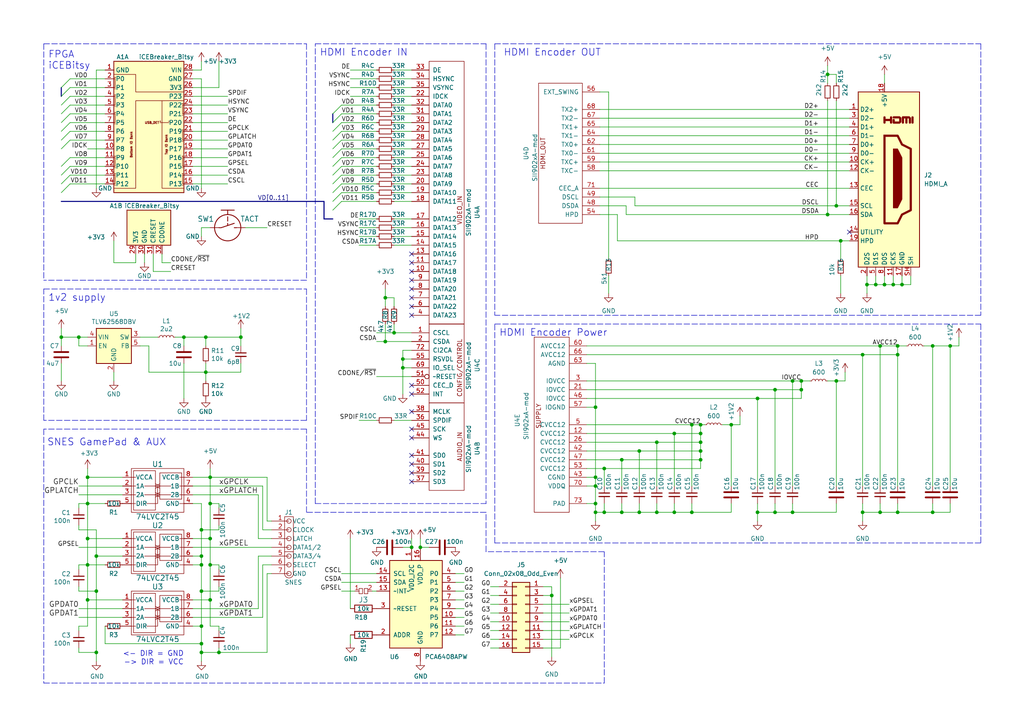
<source format=kicad_sch>
(kicad_sch (version 20210621) (generator eeschema)
  (paper "A4")
  (title_block (title "iCECrash") (rev "V0.1a") (company "1BitSquared") (comment 1 "(C) 2021 1BitSquared <info@1bitsquared.com>") (comment 2 "(C) 2021 Piotr Esden-Tempski <piotr@1bitsquared.com>") (comment 3 "License: CC-BY-SA"))
  (junction (at 17.78 97.79) (diameter 0.9144))
  (junction (at 22.86 97.79) (diameter 0.9144))
  (junction (at 25.4 138.43) (diameter 0.9144))
  (junction (at 25.4 146.05) (diameter 0.9144))
  (junction (at 25.4 156.21) (diameter 0.9144))
  (junction (at 25.4 163.83) (diameter 0.9144))
  (junction (at 25.4 173.99) (diameter 0.9144))
  (junction (at 27.94 161.29) (diameter 0.9144))
  (junction (at 27.94 171.45) (diameter 0.9144))
  (junction (at 27.94 189.23) (diameter 0.9144))
  (junction (at 53.34 97.79) (diameter 0.9144))
  (junction (at 58.42 153.67) (diameter 0.9144))
  (junction (at 58.42 161.29) (diameter 0.9144))
  (junction (at 58.42 163.83) (diameter 0.9144))
  (junction (at 58.42 171.45) (diameter 0.9144))
  (junction (at 58.42 181.61) (diameter 0.9144))
  (junction (at 58.42 186.69) (diameter 0.9144))
  (junction (at 58.42 189.23) (diameter 0.9144))
  (junction (at 59.69 97.79) (diameter 0.9144))
  (junction (at 59.69 107.95) (diameter 0.9144))
  (junction (at 60.96 138.43) (diameter 0.9144))
  (junction (at 60.96 146.05) (diameter 0.9144))
  (junction (at 60.96 156.21) (diameter 0.9144))
  (junction (at 60.96 163.83) (diameter 0.9144))
  (junction (at 60.96 173.99) (diameter 0.9144))
  (junction (at 63.5 189.23) (diameter 0.9144))
  (junction (at 69.85 97.79) (diameter 0.9144))
  (junction (at 111.76 86.36) (diameter 0.9144))
  (junction (at 111.76 99.06) (diameter 0.9144))
  (junction (at 114.3 96.52) (diameter 0.9144))
  (junction (at 116.84 104.14) (diameter 0.9144))
  (junction (at 116.84 106.68) (diameter 0.9144))
  (junction (at 119.38 158.75) (diameter 0.9144))
  (junction (at 121.92 158.75) (diameter 0.9144))
  (junction (at 160.02 172.72) (diameter 0.9144))
  (junction (at 172.72 118.11) (diameter 0.9144))
  (junction (at 172.72 138.43) (diameter 0.9144))
  (junction (at 172.72 140.97) (diameter 0.9144))
  (junction (at 172.72 146.05) (diameter 0.9144))
  (junction (at 172.72 148.59) (diameter 0.9144))
  (junction (at 175.26 135.89) (diameter 0.9144))
  (junction (at 175.26 148.59) (diameter 0.9144))
  (junction (at 180.34 133.35) (diameter 0.9144))
  (junction (at 180.34 148.59) (diameter 0.9144))
  (junction (at 185.42 130.81) (diameter 0.9144))
  (junction (at 185.42 148.59) (diameter 0.9144))
  (junction (at 190.5 128.27) (diameter 0.9144))
  (junction (at 190.5 148.59) (diameter 0.9144))
  (junction (at 195.58 125.73) (diameter 0.9144))
  (junction (at 195.58 148.59) (diameter 0.9144))
  (junction (at 200.66 123.19) (diameter 0.9144))
  (junction (at 200.66 148.59) (diameter 0.9144))
  (junction (at 203.2 123.19) (diameter 0.9144))
  (junction (at 203.2 125.73) (diameter 0.9144))
  (junction (at 203.2 128.27) (diameter 0.9144))
  (junction (at 203.2 130.81) (diameter 0.9144))
  (junction (at 203.2 133.35) (diameter 0.9144))
  (junction (at 212.09 123.19) (diameter 0.9144))
  (junction (at 219.71 115.57) (diameter 0.9144))
  (junction (at 219.71 148.59) (diameter 0.9144))
  (junction (at 224.79 113.03) (diameter 0.9144))
  (junction (at 224.79 148.59) (diameter 0.9144))
  (junction (at 229.87 110.49) (diameter 0.9144))
  (junction (at 229.87 148.59) (diameter 0.9144))
  (junction (at 232.41 110.49) (diameter 0.9144))
  (junction (at 232.41 113.03) (diameter 0.9144))
  (junction (at 240.03 21.59) (diameter 0.9144))
  (junction (at 240.03 62.23) (diameter 0.9144))
  (junction (at 242.57 59.69) (diameter 0.9144))
  (junction (at 242.57 110.49) (diameter 0.9144))
  (junction (at 243.84 69.85) (diameter 0.9144))
  (junction (at 250.19 102.87) (diameter 0.9144))
  (junction (at 250.19 148.59) (diameter 0.9144))
  (junction (at 251.46 82.55) (diameter 0.9144))
  (junction (at 254 82.55) (diameter 0.9144))
  (junction (at 255.27 100.33) (diameter 0.9144))
  (junction (at 255.27 148.59) (diameter 0.9144))
  (junction (at 256.54 82.55) (diameter 0.9144))
  (junction (at 259.08 82.55) (diameter 0.9144))
  (junction (at 260.35 100.33) (diameter 0.9144))
  (junction (at 260.35 102.87) (diameter 0.9144))
  (junction (at 260.35 148.59) (diameter 0.9144))
  (junction (at 261.62 82.55) (diameter 0.9144))
  (junction (at 270.51 100.33) (diameter 0.9144))
  (junction (at 270.51 148.59) (diameter 0.9144))
  (junction (at 275.59 100.33) (diameter 0.9144))
  (no_connect (at 119.38 73.66))
  (no_connect (at 119.38 76.2))
  (no_connect (at 119.38 78.74))
  (no_connect (at 119.38 81.28))
  (no_connect (at 119.38 83.82))
  (no_connect (at 119.38 86.36))
  (no_connect (at 119.38 88.9))
  (no_connect (at 119.38 91.44))
  (no_connect (at 119.38 111.76))
  (no_connect (at 119.38 114.3))
  (no_connect (at 119.38 119.38))
  (no_connect (at 119.38 124.46))
  (no_connect (at 119.38 127))
  (no_connect (at 119.38 132.08))
  (no_connect (at 119.38 134.62))
  (no_connect (at 119.38 137.16))
  (no_connect (at 119.38 139.7))
  (no_connect (at 246.38 67.31))
  (bus_entry (at 17.78 25.4) (size 2.54 -2.54))
  (bus_entry (at 17.78 27.94) (size 2.54 -2.54))
  (bus_entry (at 17.78 30.48) (size 2.54 -2.54))
  (bus_entry (at 17.78 33.02) (size 2.54 -2.54))
  (bus_entry (at 17.78 35.56) (size 2.54 -2.54))
  (bus_entry (at 17.78 38.1) (size 2.54 -2.54))
  (bus_entry (at 17.78 40.64) (size 2.54 -2.54))
  (bus_entry (at 17.78 43.18) (size 2.54 -2.54))
  (bus_entry (at 17.78 48.26) (size 2.54 -2.54))
  (bus_entry (at 17.78 50.8) (size 2.54 -2.54))
  (bus_entry (at 17.78 53.34) (size 2.54 -2.54))
  (bus_entry (at 17.78 55.88) (size 2.54 -2.54))
  (bus_entry (at 96.52 33.02) (size 2.54 -2.54))
  (bus_entry (at 96.52 35.56) (size 2.54 -2.54))
  (bus_entry (at 96.52 38.1) (size 2.54 -2.54))
  (bus_entry (at 96.52 40.64) (size 2.54 -2.54))
  (bus_entry (at 96.52 43.18) (size 2.54 -2.54))
  (bus_entry (at 96.52 45.72) (size 2.54 -2.54))
  (bus_entry (at 96.52 48.26) (size 2.54 -2.54))
  (bus_entry (at 96.52 50.8) (size 2.54 -2.54))
  (bus_entry (at 96.52 53.34) (size 2.54 -2.54))
  (bus_entry (at 96.52 55.88) (size 2.54 -2.54))
  (bus_entry (at 96.52 58.42) (size 2.54 -2.54))
  (bus_entry (at 96.52 60.96) (size 2.54 -2.54))
  (wire (pts (xy 17.78 97.79) (xy 17.78 95.25)))
  (wire (pts (xy 17.78 100.33) (xy 17.78 97.79)))
  (wire (pts (xy 17.78 105.41) (xy 17.78 110.49)))
  (wire (pts (xy 20.32 22.86) (xy 30.48 22.86)))
  (wire (pts (xy 20.32 25.4) (xy 30.48 25.4)))
  (wire (pts (xy 20.32 27.94) (xy 30.48 27.94)))
  (wire (pts (xy 20.32 30.48) (xy 30.48 30.48)))
  (wire (pts (xy 20.32 33.02) (xy 30.48 33.02)))
  (wire (pts (xy 20.32 35.56) (xy 30.48 35.56)))
  (wire (pts (xy 20.32 38.1) (xy 30.48 38.1)))
  (wire (pts (xy 20.32 40.64) (xy 30.48 40.64)))
  (wire (pts (xy 20.32 45.72) (xy 30.48 45.72)))
  (wire (pts (xy 20.32 48.26) (xy 30.48 48.26)))
  (wire (pts (xy 20.32 50.8) (xy 30.48 50.8)))
  (wire (pts (xy 20.32 53.34) (xy 30.48 53.34)))
  (wire (pts (xy 22.86 97.79) (xy 17.78 97.79)))
  (wire (pts (xy 22.86 100.33) (xy 22.86 97.79)))
  (wire (pts (xy 22.86 146.05) (xy 25.4 146.05)))
  (wire (pts (xy 22.86 147.32) (xy 22.86 146.05)))
  (wire (pts (xy 22.86 152.4) (xy 22.86 153.67)))
  (wire (pts (xy 22.86 153.67) (xy 27.94 153.67)))
  (wire (pts (xy 22.86 163.83) (xy 25.4 163.83)))
  (wire (pts (xy 22.86 165.1) (xy 22.86 163.83)))
  (wire (pts (xy 22.86 170.18) (xy 22.86 171.45)))
  (wire (pts (xy 22.86 171.45) (xy 27.94 171.45)))
  (wire (pts (xy 22.86 181.61) (xy 25.4 181.61)))
  (wire (pts (xy 22.86 182.88) (xy 22.86 181.61)))
  (wire (pts (xy 22.86 187.96) (xy 22.86 189.23)))
  (wire (pts (xy 22.86 189.23) (xy 27.94 189.23)))
  (wire (pts (xy 25.4 43.18) (xy 30.48 43.18)))
  (wire (pts (xy 25.4 97.79) (xy 22.86 97.79)))
  (wire (pts (xy 25.4 100.33) (xy 22.86 100.33)))
  (wire (pts (xy 25.4 135.89) (xy 25.4 138.43)))
  (wire (pts (xy 25.4 138.43) (xy 25.4 146.05)))
  (wire (pts (xy 25.4 138.43) (xy 35.56 138.43)))
  (wire (pts (xy 25.4 146.05) (xy 25.4 156.21)))
  (wire (pts (xy 25.4 146.05) (xy 30.48 146.05)))
  (wire (pts (xy 25.4 156.21) (xy 35.56 156.21)))
  (wire (pts (xy 25.4 163.83) (xy 25.4 156.21)))
  (wire (pts (xy 25.4 163.83) (xy 30.48 163.83)))
  (wire (pts (xy 25.4 173.99) (xy 25.4 163.83)))
  (wire (pts (xy 25.4 173.99) (xy 25.4 181.61)))
  (wire (pts (xy 25.4 173.99) (xy 35.56 173.99)))
  (wire (pts (xy 27.94 20.32) (xy 27.94 54.61)))
  (wire (pts (xy 27.94 153.67) (xy 27.94 161.29)))
  (wire (pts (xy 27.94 161.29) (xy 27.94 171.45)))
  (wire (pts (xy 27.94 161.29) (xy 35.56 161.29)))
  (wire (pts (xy 27.94 171.45) (xy 27.94 189.23)))
  (wire (pts (xy 27.94 189.23) (xy 27.94 191.77)))
  (wire (pts (xy 30.48 20.32) (xy 27.94 20.32)))
  (wire (pts (xy 30.48 181.61) (xy 30.48 186.69)))
  (wire (pts (xy 30.48 186.69) (xy 58.42 186.69)))
  (wire (pts (xy 33.02 76.2) (xy 33.02 69.85)))
  (wire (pts (xy 33.02 76.2) (xy 39.37 76.2)))
  (wire (pts (xy 33.02 107.95) (xy 33.02 110.49)))
  (wire (pts (xy 35.56 140.97) (xy 22.86 140.97)))
  (wire (pts (xy 35.56 143.51) (xy 22.86 143.51)))
  (wire (pts (xy 35.56 158.75) (xy 22.86 158.75)))
  (wire (pts (xy 35.56 176.53) (xy 22.86 176.53)))
  (wire (pts (xy 35.56 179.07) (xy 22.86 179.07)))
  (wire (pts (xy 39.37 73.66) (xy 39.37 76.2)))
  (wire (pts (xy 40.64 97.79) (xy 45.72 97.79)))
  (wire (pts (xy 41.91 73.66) (xy 41.91 76.2)))
  (wire (pts (xy 43.18 100.33) (xy 40.64 100.33)))
  (wire (pts (xy 43.18 107.95) (xy 43.18 100.33)))
  (wire (pts (xy 44.45 78.74) (xy 44.45 73.66)))
  (wire (pts (xy 44.45 78.74) (xy 49.53 78.74)))
  (wire (pts (xy 46.99 76.2) (xy 46.99 73.66)))
  (wire (pts (xy 46.99 76.2) (xy 49.53 76.2)))
  (wire (pts (xy 50.8 97.79) (xy 53.34 97.79)))
  (wire (pts (xy 53.34 97.79) (xy 53.34 100.33)))
  (wire (pts (xy 53.34 97.79) (xy 59.69 97.79)))
  (wire (pts (xy 53.34 105.41) (xy 53.34 115.57)))
  (wire (pts (xy 55.88 20.32) (xy 58.42 20.32)))
  (wire (pts (xy 55.88 25.4) (xy 63.5 25.4)))
  (wire (pts (xy 55.88 27.94) (xy 66.04 27.94)))
  (wire (pts (xy 55.88 30.48) (xy 66.04 30.48)))
  (wire (pts (xy 55.88 33.02) (xy 66.04 33.02)))
  (wire (pts (xy 55.88 35.56) (xy 66.04 35.56)))
  (wire (pts (xy 55.88 38.1) (xy 66.04 38.1)))
  (wire (pts (xy 55.88 40.64) (xy 66.04 40.64)))
  (wire (pts (xy 55.88 43.18) (xy 66.04 43.18)))
  (wire (pts (xy 55.88 45.72) (xy 66.04 45.72)))
  (wire (pts (xy 55.88 48.26) (xy 66.04 48.26)))
  (wire (pts (xy 55.88 50.8) (xy 66.04 50.8)))
  (wire (pts (xy 55.88 53.34) (xy 66.04 53.34)))
  (wire (pts (xy 55.88 138.43) (xy 60.96 138.43)))
  (wire (pts (xy 55.88 140.97) (xy 76.2 140.97)))
  (wire (pts (xy 55.88 143.51) (xy 74.93 143.51)))
  (wire (pts (xy 55.88 146.05) (xy 58.42 146.05)))
  (wire (pts (xy 55.88 156.21) (xy 60.96 156.21)))
  (wire (pts (xy 55.88 158.75) (xy 78.74 158.75)))
  (wire (pts (xy 55.88 161.29) (xy 58.42 161.29)))
  (wire (pts (xy 55.88 163.83) (xy 58.42 163.83)))
  (wire (pts (xy 55.88 173.99) (xy 60.96 173.99)))
  (wire (pts (xy 55.88 176.53) (xy 74.93 176.53)))
  (wire (pts (xy 55.88 179.07) (xy 76.2 179.07)))
  (wire (pts (xy 55.88 181.61) (xy 58.42 181.61)))
  (wire (pts (xy 58.42 17.78) (xy 58.42 20.32)))
  (wire (pts (xy 58.42 22.86) (xy 55.88 22.86)))
  (wire (pts (xy 58.42 54.61) (xy 58.42 22.86)))
  (wire (pts (xy 58.42 66.04) (xy 58.42 68.58)))
  (wire (pts (xy 58.42 146.05) (xy 58.42 153.67)))
  (wire (pts (xy 58.42 153.67) (xy 58.42 161.29)))
  (wire (pts (xy 58.42 161.29) (xy 58.42 163.83)))
  (wire (pts (xy 58.42 163.83) (xy 58.42 171.45)))
  (wire (pts (xy 58.42 171.45) (xy 58.42 181.61)))
  (wire (pts (xy 58.42 181.61) (xy 58.42 186.69)))
  (wire (pts (xy 58.42 186.69) (xy 58.42 189.23)))
  (wire (pts (xy 58.42 189.23) (xy 58.42 191.77)))
  (wire (pts (xy 59.69 97.79) (xy 59.69 100.33)))
  (wire (pts (xy 59.69 97.79) (xy 69.85 97.79)))
  (wire (pts (xy 59.69 105.41) (xy 59.69 107.95)))
  (wire (pts (xy 59.69 107.95) (xy 43.18 107.95)))
  (wire (pts (xy 59.69 107.95) (xy 59.69 110.49)))
  (wire (pts (xy 60.96 66.04) (xy 58.42 66.04)))
  (wire (pts (xy 60.96 135.89) (xy 60.96 138.43)))
  (wire (pts (xy 60.96 138.43) (xy 60.96 146.05)))
  (wire (pts (xy 60.96 146.05) (xy 60.96 156.21)))
  (wire (pts (xy 60.96 146.05) (xy 63.5 146.05)))
  (wire (pts (xy 60.96 156.21) (xy 60.96 163.83)))
  (wire (pts (xy 60.96 163.83) (xy 60.96 173.99)))
  (wire (pts (xy 60.96 173.99) (xy 60.96 181.61)))
  (wire (pts (xy 63.5 17.78) (xy 63.5 25.4)))
  (wire (pts (xy 63.5 146.05) (xy 63.5 147.32)))
  (wire (pts (xy 63.5 152.4) (xy 63.5 153.67)))
  (wire (pts (xy 63.5 153.67) (xy 58.42 153.67)))
  (wire (pts (xy 63.5 163.83) (xy 60.96 163.83)))
  (wire (pts (xy 63.5 165.1) (xy 63.5 163.83)))
  (wire (pts (xy 63.5 170.18) (xy 63.5 171.45)))
  (wire (pts (xy 63.5 171.45) (xy 58.42 171.45)))
  (wire (pts (xy 63.5 181.61) (xy 60.96 181.61)))
  (wire (pts (xy 63.5 181.61) (xy 63.5 182.88)))
  (wire (pts (xy 63.5 189.23) (xy 58.42 189.23)))
  (wire (pts (xy 63.5 189.23) (xy 63.5 187.96)))
  (wire (pts (xy 69.85 97.79) (xy 69.85 95.25)))
  (wire (pts (xy 69.85 97.79) (xy 69.85 100.33)))
  (wire (pts (xy 69.85 105.41) (xy 69.85 107.95)))
  (wire (pts (xy 69.85 107.95) (xy 59.69 107.95)))
  (wire (pts (xy 71.12 66.04) (xy 77.47 66.04)))
  (wire (pts (xy 74.93 156.21) (xy 74.93 143.51)))
  (wire (pts (xy 74.93 156.21) (xy 78.74 156.21)))
  (wire (pts (xy 74.93 161.29) (xy 74.93 176.53)))
  (wire (pts (xy 74.93 161.29) (xy 78.74 161.29)))
  (wire (pts (xy 76.2 153.67) (xy 76.2 140.97)))
  (wire (pts (xy 76.2 153.67) (xy 78.74 153.67)))
  (wire (pts (xy 76.2 163.83) (xy 76.2 179.07)))
  (wire (pts (xy 76.2 163.83) (xy 78.74 163.83)))
  (wire (pts (xy 77.47 138.43) (xy 60.96 138.43)))
  (wire (pts (xy 77.47 138.43) (xy 77.47 151.13)))
  (wire (pts (xy 77.47 166.37) (xy 77.47 189.23)))
  (wire (pts (xy 77.47 166.37) (xy 78.74 166.37)))
  (wire (pts (xy 77.47 189.23) (xy 63.5 189.23)))
  (wire (pts (xy 78.74 151.13) (xy 77.47 151.13)))
  (wire (pts (xy 99.06 30.48) (xy 109.22 30.48)))
  (wire (pts (xy 99.06 33.02) (xy 109.22 33.02)))
  (wire (pts (xy 99.06 35.56) (xy 109.22 35.56)))
  (wire (pts (xy 99.06 38.1) (xy 109.22 38.1)))
  (wire (pts (xy 99.06 40.64) (xy 109.22 40.64)))
  (wire (pts (xy 99.06 43.18) (xy 109.22 43.18)))
  (wire (pts (xy 99.06 45.72) (xy 109.22 45.72)))
  (wire (pts (xy 99.06 48.26) (xy 109.22 48.26)))
  (wire (pts (xy 99.06 50.8) (xy 109.22 50.8)))
  (wire (pts (xy 99.06 53.34) (xy 109.22 53.34)))
  (wire (pts (xy 99.06 55.88) (xy 109.22 55.88)))
  (wire (pts (xy 99.06 58.42) (xy 109.22 58.42)))
  (wire (pts (xy 99.06 166.37) (xy 109.22 166.37)))
  (wire (pts (xy 99.06 171.45) (xy 102.87 171.45)))
  (wire (pts (xy 101.6 20.32) (xy 109.22 20.32)))
  (wire (pts (xy 101.6 22.86) (xy 109.22 22.86)))
  (wire (pts (xy 101.6 25.4) (xy 109.22 25.4)))
  (wire (pts (xy 101.6 27.94) (xy 109.22 27.94)))
  (wire (pts (xy 101.6 156.21) (xy 101.6 176.53)))
  (wire (pts (xy 101.6 184.15) (xy 101.6 186.69)))
  (wire (pts (xy 104.14 63.5) (xy 109.22 63.5)))
  (wire (pts (xy 104.14 66.04) (xy 109.22 66.04)))
  (wire (pts (xy 104.14 68.58) (xy 109.22 68.58)))
  (wire (pts (xy 104.14 71.12) (xy 109.22 71.12)))
  (wire (pts (xy 104.14 121.92) (xy 109.22 121.92)))
  (wire (pts (xy 107.95 171.45) (xy 109.22 171.45)))
  (wire (pts (xy 109.22 96.52) (xy 114.3 96.52)))
  (wire (pts (xy 109.22 99.06) (xy 111.76 99.06)))
  (wire (pts (xy 109.22 109.22) (xy 119.38 109.22)))
  (wire (pts (xy 109.22 168.91) (xy 99.06 168.91)))
  (wire (pts (xy 111.76 83.82) (xy 111.76 86.36)))
  (wire (pts (xy 111.76 86.36) (xy 111.76 88.9)))
  (wire (pts (xy 111.76 86.36) (xy 114.3 86.36)))
  (wire (pts (xy 111.76 93.98) (xy 111.76 99.06)))
  (wire (pts (xy 111.76 99.06) (xy 119.38 99.06)))
  (wire (pts (xy 114.3 20.32) (xy 119.38 20.32)))
  (wire (pts (xy 114.3 22.86) (xy 119.38 22.86)))
  (wire (pts (xy 114.3 25.4) (xy 119.38 25.4)))
  (wire (pts (xy 114.3 27.94) (xy 119.38 27.94)))
  (wire (pts (xy 114.3 30.48) (xy 119.38 30.48)))
  (wire (pts (xy 114.3 33.02) (xy 119.38 33.02)))
  (wire (pts (xy 114.3 35.56) (xy 119.38 35.56)))
  (wire (pts (xy 114.3 38.1) (xy 119.38 38.1)))
  (wire (pts (xy 114.3 40.64) (xy 119.38 40.64)))
  (wire (pts (xy 114.3 43.18) (xy 119.38 43.18)))
  (wire (pts (xy 114.3 45.72) (xy 119.38 45.72)))
  (wire (pts (xy 114.3 48.26) (xy 119.38 48.26)))
  (wire (pts (xy 114.3 50.8) (xy 119.38 50.8)))
  (wire (pts (xy 114.3 53.34) (xy 119.38 53.34)))
  (wire (pts (xy 114.3 55.88) (xy 119.38 55.88)))
  (wire (pts (xy 114.3 58.42) (xy 119.38 58.42)))
  (wire (pts (xy 114.3 63.5) (xy 119.38 63.5)))
  (wire (pts (xy 114.3 66.04) (xy 119.38 66.04)))
  (wire (pts (xy 114.3 68.58) (xy 119.38 68.58)))
  (wire (pts (xy 114.3 71.12) (xy 119.38 71.12)))
  (wire (pts (xy 114.3 88.9) (xy 114.3 86.36)))
  (wire (pts (xy 114.3 93.98) (xy 114.3 96.52)))
  (wire (pts (xy 114.3 96.52) (xy 119.38 96.52)))
  (wire (pts (xy 114.3 121.92) (xy 119.38 121.92)))
  (wire (pts (xy 116.84 101.6) (xy 116.84 104.14)))
  (wire (pts (xy 116.84 104.14) (xy 116.84 106.68)))
  (wire (pts (xy 116.84 104.14) (xy 119.38 104.14)))
  (wire (pts (xy 116.84 106.68) (xy 116.84 114.3)))
  (wire (pts (xy 116.84 106.68) (xy 119.38 106.68)))
  (wire (pts (xy 116.84 158.75) (xy 119.38 158.75)))
  (wire (pts (xy 119.38 101.6) (xy 116.84 101.6)))
  (wire (pts (xy 119.38 156.21) (xy 119.38 158.75)))
  (wire (pts (xy 121.92 156.21) (xy 121.92 158.75)))
  (wire (pts (xy 121.92 158.75) (xy 124.46 158.75)))
  (wire (pts (xy 132.08 166.37) (xy 134.62 166.37)))
  (wire (pts (xy 132.08 168.91) (xy 134.62 168.91)))
  (wire (pts (xy 132.08 171.45) (xy 134.62 171.45)))
  (wire (pts (xy 132.08 173.99) (xy 134.62 173.99)))
  (wire (pts (xy 132.08 176.53) (xy 134.62 176.53)))
  (wire (pts (xy 132.08 179.07) (xy 134.62 179.07)))
  (wire (pts (xy 132.08 181.61) (xy 134.62 181.61)))
  (wire (pts (xy 132.08 184.15) (xy 134.62 184.15)))
  (wire (pts (xy 144.78 170.18) (xy 142.24 170.18)))
  (wire (pts (xy 144.78 172.72) (xy 142.24 172.72)))
  (wire (pts (xy 144.78 175.26) (xy 142.24 175.26)))
  (wire (pts (xy 144.78 177.8) (xy 142.24 177.8)))
  (wire (pts (xy 144.78 180.34) (xy 142.24 180.34)))
  (wire (pts (xy 144.78 182.88) (xy 142.24 182.88)))
  (wire (pts (xy 144.78 185.42) (xy 142.24 185.42)))
  (wire (pts (xy 144.78 187.96) (xy 142.24 187.96)))
  (wire (pts (xy 157.48 170.18) (xy 160.02 170.18)))
  (wire (pts (xy 160.02 170.18) (xy 160.02 172.72)))
  (wire (pts (xy 160.02 172.72) (xy 157.48 172.72)))
  (wire (pts (xy 160.02 172.72) (xy 160.02 190.5)))
  (wire (pts (xy 162.56 167.64) (xy 162.56 187.96)))
  (wire (pts (xy 162.56 187.96) (xy 157.48 187.96)))
  (wire (pts (xy 165.1 175.26) (xy 157.48 175.26)))
  (wire (pts (xy 165.1 177.8) (xy 157.48 177.8)))
  (wire (pts (xy 165.1 180.34) (xy 157.48 180.34)))
  (wire (pts (xy 165.1 182.88) (xy 157.48 182.88)))
  (wire (pts (xy 165.1 185.42) (xy 157.48 185.42)))
  (wire (pts (xy 170.18 100.33) (xy 255.27 100.33)))
  (wire (pts (xy 170.18 102.87) (xy 250.19 102.87)))
  (wire (pts (xy 170.18 105.41) (xy 172.72 105.41)))
  (wire (pts (xy 170.18 110.49) (xy 229.87 110.49)))
  (wire (pts (xy 170.18 113.03) (xy 224.79 113.03)))
  (wire (pts (xy 170.18 115.57) (xy 219.71 115.57)))
  (wire (pts (xy 170.18 118.11) (xy 172.72 118.11)))
  (wire (pts (xy 170.18 123.19) (xy 200.66 123.19)))
  (wire (pts (xy 170.18 125.73) (xy 195.58 125.73)))
  (wire (pts (xy 170.18 128.27) (xy 190.5 128.27)))
  (wire (pts (xy 170.18 130.81) (xy 185.42 130.81)))
  (wire (pts (xy 170.18 133.35) (xy 180.34 133.35)))
  (wire (pts (xy 170.18 135.89) (xy 175.26 135.89)))
  (wire (pts (xy 170.18 138.43) (xy 172.72 138.43)))
  (wire (pts (xy 170.18 140.97) (xy 172.72 140.97)))
  (wire (pts (xy 170.18 146.05) (xy 172.72 146.05)))
  (wire (pts (xy 172.72 105.41) (xy 172.72 118.11)))
  (wire (pts (xy 172.72 118.11) (xy 172.72 138.43)))
  (wire (pts (xy 172.72 138.43) (xy 172.72 140.97)))
  (wire (pts (xy 172.72 140.97) (xy 172.72 146.05)))
  (wire (pts (xy 172.72 146.05) (xy 172.72 148.59)))
  (wire (pts (xy 172.72 148.59) (xy 172.72 151.13)))
  (wire (pts (xy 173.99 26.67) (xy 176.53 26.67)))
  (wire (pts (xy 173.99 31.75) (xy 246.38 31.75)))
  (wire (pts (xy 173.99 34.29) (xy 246.38 34.29)))
  (wire (pts (xy 173.99 36.83) (xy 246.38 36.83)))
  (wire (pts (xy 173.99 39.37) (xy 246.38 39.37)))
  (wire (pts (xy 173.99 41.91) (xy 246.38 41.91)))
  (wire (pts (xy 173.99 44.45) (xy 246.38 44.45)))
  (wire (pts (xy 173.99 46.99) (xy 246.38 46.99)))
  (wire (pts (xy 173.99 49.53) (xy 246.38 49.53)))
  (wire (pts (xy 173.99 54.61) (xy 246.38 54.61)))
  (wire (pts (xy 173.99 57.15) (xy 184.15 57.15)))
  (wire (pts (xy 173.99 59.69) (xy 181.61 59.69)))
  (wire (pts (xy 173.99 62.23) (xy 179.07 62.23)))
  (wire (pts (xy 175.26 135.89) (xy 175.26 140.97)))
  (wire (pts (xy 175.26 135.89) (xy 203.2 135.89)))
  (wire (pts (xy 175.26 146.05) (xy 175.26 148.59)))
  (wire (pts (xy 175.26 148.59) (xy 172.72 148.59)))
  (wire (pts (xy 175.26 148.59) (xy 180.34 148.59)))
  (wire (pts (xy 176.53 74.93) (xy 176.53 26.67)))
  (wire (pts (xy 176.53 80.01) (xy 176.53 85.09)))
  (wire (pts (xy 179.07 62.23) (xy 179.07 69.85)))
  (wire (pts (xy 179.07 69.85) (xy 243.84 69.85)))
  (wire (pts (xy 180.34 133.35) (xy 180.34 140.97)))
  (wire (pts (xy 180.34 133.35) (xy 203.2 133.35)))
  (wire (pts (xy 180.34 146.05) (xy 180.34 148.59)))
  (wire (pts (xy 180.34 148.59) (xy 185.42 148.59)))
  (wire (pts (xy 181.61 59.69) (xy 181.61 62.23)))
  (wire (pts (xy 181.61 62.23) (xy 240.03 62.23)))
  (wire (pts (xy 184.15 57.15) (xy 184.15 59.69)))
  (wire (pts (xy 184.15 59.69) (xy 242.57 59.69)))
  (wire (pts (xy 185.42 130.81) (xy 185.42 140.97)))
  (wire (pts (xy 185.42 130.81) (xy 203.2 130.81)))
  (wire (pts (xy 185.42 146.05) (xy 185.42 148.59)))
  (wire (pts (xy 185.42 148.59) (xy 190.5 148.59)))
  (wire (pts (xy 190.5 128.27) (xy 190.5 140.97)))
  (wire (pts (xy 190.5 128.27) (xy 203.2 128.27)))
  (wire (pts (xy 190.5 146.05) (xy 190.5 148.59)))
  (wire (pts (xy 190.5 148.59) (xy 195.58 148.59)))
  (wire (pts (xy 195.58 125.73) (xy 195.58 140.97)))
  (wire (pts (xy 195.58 125.73) (xy 203.2 125.73)))
  (wire (pts (xy 195.58 146.05) (xy 195.58 148.59)))
  (wire (pts (xy 195.58 148.59) (xy 200.66 148.59)))
  (wire (pts (xy 200.66 123.19) (xy 200.66 140.97)))
  (wire (pts (xy 200.66 123.19) (xy 203.2 123.19)))
  (wire (pts (xy 200.66 146.05) (xy 200.66 148.59)))
  (wire (pts (xy 200.66 148.59) (xy 212.09 148.59)))
  (wire (pts (xy 203.2 123.19) (xy 204.47 123.19)))
  (wire (pts (xy 203.2 125.73) (xy 203.2 123.19)))
  (wire (pts (xy 203.2 128.27) (xy 203.2 125.73)))
  (wire (pts (xy 203.2 130.81) (xy 203.2 128.27)))
  (wire (pts (xy 203.2 133.35) (xy 203.2 130.81)))
  (wire (pts (xy 203.2 135.89) (xy 203.2 133.35)))
  (wire (pts (xy 209.55 123.19) (xy 212.09 123.19)))
  (wire (pts (xy 212.09 123.19) (xy 212.09 140.97)))
  (wire (pts (xy 212.09 123.19) (xy 214.63 123.19)))
  (wire (pts (xy 212.09 146.05) (xy 212.09 148.59)))
  (wire (pts (xy 214.63 120.65) (xy 214.63 123.19)))
  (wire (pts (xy 219.71 115.57) (xy 219.71 140.97)))
  (wire (pts (xy 219.71 115.57) (xy 232.41 115.57)))
  (wire (pts (xy 219.71 146.05) (xy 219.71 148.59)))
  (wire (pts (xy 219.71 148.59) (xy 219.71 151.13)))
  (wire (pts (xy 224.79 113.03) (xy 224.79 140.97)))
  (wire (pts (xy 224.79 113.03) (xy 232.41 113.03)))
  (wire (pts (xy 224.79 146.05) (xy 224.79 148.59)))
  (wire (pts (xy 224.79 148.59) (xy 219.71 148.59)))
  (wire (pts (xy 229.87 110.49) (xy 229.87 140.97)))
  (wire (pts (xy 229.87 110.49) (xy 232.41 110.49)))
  (wire (pts (xy 229.87 146.05) (xy 229.87 148.59)))
  (wire (pts (xy 229.87 148.59) (xy 224.79 148.59)))
  (wire (pts (xy 229.87 148.59) (xy 242.57 148.59)))
  (wire (pts (xy 232.41 110.49) (xy 234.95 110.49)))
  (wire (pts (xy 232.41 113.03) (xy 232.41 110.49)))
  (wire (pts (xy 232.41 115.57) (xy 232.41 113.03)))
  (wire (pts (xy 240.03 19.05) (xy 240.03 21.59)))
  (wire (pts (xy 240.03 21.59) (xy 240.03 24.13)))
  (wire (pts (xy 240.03 29.21) (xy 240.03 62.23)))
  (wire (pts (xy 240.03 62.23) (xy 246.38 62.23)))
  (wire (pts (xy 240.03 110.49) (xy 242.57 110.49)))
  (wire (pts (xy 242.57 21.59) (xy 240.03 21.59)))
  (wire (pts (xy 242.57 24.13) (xy 242.57 21.59)))
  (wire (pts (xy 242.57 29.21) (xy 242.57 59.69)))
  (wire (pts (xy 242.57 59.69) (xy 246.38 59.69)))
  (wire (pts (xy 242.57 110.49) (xy 245.11 110.49)))
  (wire (pts (xy 242.57 140.97) (xy 242.57 110.49)))
  (wire (pts (xy 242.57 148.59) (xy 242.57 146.05)))
  (wire (pts (xy 243.84 69.85) (xy 243.84 74.93)))
  (wire (pts (xy 243.84 69.85) (xy 246.38 69.85)))
  (wire (pts (xy 243.84 80.01) (xy 243.84 85.09)))
  (wire (pts (xy 245.11 107.95) (xy 245.11 110.49)))
  (wire (pts (xy 250.19 102.87) (xy 250.19 140.97)))
  (wire (pts (xy 250.19 102.87) (xy 260.35 102.87)))
  (wire (pts (xy 250.19 146.05) (xy 250.19 148.59)))
  (wire (pts (xy 250.19 148.59) (xy 250.19 151.13)))
  (wire (pts (xy 251.46 80.01) (xy 251.46 82.55)))
  (wire (pts (xy 251.46 82.55) (xy 251.46 85.09)))
  (wire (pts (xy 254 80.01) (xy 254 82.55)))
  (wire (pts (xy 254 82.55) (xy 251.46 82.55)))
  (wire (pts (xy 255.27 100.33) (xy 255.27 140.97)))
  (wire (pts (xy 255.27 146.05) (xy 255.27 148.59)))
  (wire (pts (xy 255.27 148.59) (xy 250.19 148.59)))
  (wire (pts (xy 256.54 21.59) (xy 256.54 24.13)))
  (wire (pts (xy 256.54 80.01) (xy 256.54 82.55)))
  (wire (pts (xy 256.54 82.55) (xy 254 82.55)))
  (wire (pts (xy 259.08 80.01) (xy 259.08 82.55)))
  (wire (pts (xy 259.08 82.55) (xy 256.54 82.55)))
  (wire (pts (xy 260.35 100.33) (xy 255.27 100.33)))
  (wire (pts (xy 260.35 100.33) (xy 262.89 100.33)))
  (wire (pts (xy 260.35 102.87) (xy 260.35 100.33)))
  (wire (pts (xy 260.35 102.87) (xy 260.35 140.97)))
  (wire (pts (xy 260.35 146.05) (xy 260.35 148.59)))
  (wire (pts (xy 260.35 148.59) (xy 255.27 148.59)))
  (wire (pts (xy 261.62 80.01) (xy 261.62 82.55)))
  (wire (pts (xy 261.62 82.55) (xy 259.08 82.55)))
  (wire (pts (xy 264.16 80.01) (xy 264.16 82.55)))
  (wire (pts (xy 264.16 82.55) (xy 261.62 82.55)))
  (wire (pts (xy 267.97 100.33) (xy 270.51 100.33)))
  (wire (pts (xy 270.51 100.33) (xy 270.51 140.97)))
  (wire (pts (xy 270.51 100.33) (xy 275.59 100.33)))
  (wire (pts (xy 270.51 146.05) (xy 270.51 148.59)))
  (wire (pts (xy 270.51 148.59) (xy 260.35 148.59)))
  (wire (pts (xy 275.59 100.33) (xy 275.59 140.97)))
  (wire (pts (xy 275.59 100.33) (xy 278.13 100.33)))
  (wire (pts (xy 275.59 146.05) (xy 275.59 148.59)))
  (wire (pts (xy 275.59 148.59) (xy 270.51 148.59)))
  (wire (pts (xy 278.13 97.79) (xy 278.13 100.33)))
  (bus (pts (xy 17.78 25.4) (xy 17.78 58.42)))
  (bus (pts (xy 17.78 58.42) (xy 93.98 58.42)))
  (bus (pts (xy 93.98 58.42) (xy 93.98 63.5)))
  (bus (pts (xy 93.98 63.5) (xy 96.52 63.5)))
  (bus (pts (xy 96.52 33.02) (xy 96.52 63.5)))
  (polyline (pts (xy 12.7 12.7) (xy 12.7 81.28)) (stroke (width 0) (type dash)))
  (polyline (pts (xy 12.7 12.7) (xy 88.9 12.7)) (stroke (width 0) (type dash)))
  (polyline (pts (xy 12.7 83.82) (xy 88.9 83.82)) (stroke (width 0) (type dash)))
  (polyline (pts (xy 12.7 121.92) (xy 12.7 83.82)) (stroke (width 0) (type dash)))
  (polyline (pts (xy 12.7 124.46) (xy 12.7 198.12)) (stroke (width 0) (type dash)))
  (polyline (pts (xy 12.7 198.12) (xy 175.26 198.12)) (stroke (width 0) (type dash)))
  (polyline (pts (xy 88.9 12.7) (xy 88.9 81.28)) (stroke (width 0) (type dash)))
  (polyline (pts (xy 88.9 81.28) (xy 12.7 81.28)) (stroke (width 0) (type dash)))
  (polyline (pts (xy 88.9 83.82) (xy 88.9 121.92)) (stroke (width 0) (type dash)))
  (polyline (pts (xy 88.9 121.92) (xy 12.7 121.92)) (stroke (width 0) (type dash)))
  (polyline (pts (xy 88.9 124.46) (xy 12.7 124.46)) (stroke (width 0) (type dash)))
  (polyline (pts (xy 88.9 148.59) (xy 88.9 124.46)) (stroke (width 0) (type dash)))
  (polyline (pts (xy 91.44 12.7) (xy 140.97 12.7)) (stroke (width 0) (type dash)))
  (polyline (pts (xy 91.44 146.05) (xy 91.44 12.7)) (stroke (width 0) (type dash)))
  (polyline (pts (xy 91.44 146.05) (xy 140.97 146.05)) (stroke (width 0) (type dash)))
  (polyline (pts (xy 140.97 12.7) (xy 140.97 146.05)) (stroke (width 0) (type dash)))
  (polyline (pts (xy 140.97 148.59) (xy 88.9 148.59)) (stroke (width 0) (type dash)))
  (polyline (pts (xy 140.97 160.02) (xy 140.97 148.59)) (stroke (width 0) (type dash)))
  (polyline (pts (xy 143.51 12.7) (xy 143.51 91.44)) (stroke (width 0) (type dash)))
  (polyline (pts (xy 143.51 12.7) (xy 284.48 12.7)) (stroke (width 0) (type dash)))
  (polyline (pts (xy 143.51 93.98) (xy 284.48 93.98)) (stroke (width 0) (type dash)))
  (polyline (pts (xy 143.51 157.48) (xy 143.51 93.98)) (stroke (width 0) (type dash)))
  (polyline (pts (xy 175.26 160.02) (xy 140.97 160.02)) (stroke (width 0) (type dash)))
  (polyline (pts (xy 175.26 198.12) (xy 175.26 160.02)) (stroke (width 0) (type dash)))
  (polyline (pts (xy 284.48 12.7) (xy 284.48 91.44)) (stroke (width 0) (type dash)))
  (polyline (pts (xy 284.48 91.44) (xy 143.51 91.44)) (stroke (width 0) (type dash)))
  (polyline (pts (xy 284.48 93.98) (xy 284.48 157.48)) (stroke (width 0) (type dash)))
  (polyline (pts (xy 284.48 157.48) (xy 143.51 157.48)) (stroke (width 0) (type dash)))
  (text "FPGA\niCEBitsy" (at 13.97 20.32 0) (effects (font (size 2.0066 2.0066)) (justify left bottom)))
  (text "1v2 supply" (at 13.97 87.63 0) (effects (font (size 2.0066 2.0066)) (justify left bottom)))
  (text "SNES GamePad & AUX" (at 48.26 129.54 180) (effects (font (size 2.0066 2.0066)) (justify right bottom)))
  (text "<- DIR = GND\n-> DIR = VCC" (at 53.34 193.04 180) (effects (font (size 1.524 1.524)) (justify right bottom)))
  (text "HDMI Encoder IN" (at 92.71 16.51 0) (effects (font (size 2.0066 2.0066)) (justify left bottom)))
  (text "HDMI Encoder Power" (at 144.78 97.79 0) (effects (font (size 2.0066 2.0066)) (justify left bottom)))
  (text "HDMI Encoder OUT" (at 146.05 16.51 0) (effects (font (size 2.0066 2.0066)) (justify left bottom)))
  (label "GPCLK" (at 22.86 140.97 180) (effects (font (size 1.524 1.524))))
  (label "GPLATCH" (at 22.86 143.51 180) (effects (font (size 1.524 1.524))))
  (label "GPSEL" (at 22.86 158.75 180))
  (label "GPDAT0" (at 22.86 176.53 180) (effects (font (size 1.524 1.524))))
  (label "GPDAT1" (at 22.86 179.07 180) (effects (font (size 1.524 1.524))))
  (label "VD0" (at 25.4 22.86 180))
  (label "VD1" (at 25.4 25.4 180))
  (label "VD2" (at 25.4 27.94 180))
  (label "VD3" (at 25.4 30.48 180))
  (label "VD4" (at 25.4 33.02 180))
  (label "VD5" (at 25.4 35.56 180))
  (label "VD6" (at 25.4 38.1 180))
  (label "VD7" (at 25.4 40.64 180))
  (label "IDCK" (at 25.4 43.18 180))
  (label "VD8" (at 25.4 45.72 180))
  (label "VD9" (at 25.4 48.26 180))
  (label "VD10" (at 25.4 50.8 180))
  (label "VD11" (at 25.4 53.34 180))
  (label "CDONE{slash}~{RST}" (at 49.53 76.2 0))
  (label "CRESET" (at 49.53 78.74 0))
  (label "xGPCLK" (at 63.5 140.97 0) (effects (font (size 1.524 1.524))))
  (label "xGPLATCH" (at 63.5 143.51 0) (effects (font (size 1.524 1.524))))
  (label "xGPSEL" (at 63.5 158.75 0) (effects (font (size 1.524 1.524))))
  (label "xGPDAT0" (at 63.5 176.53 0) (effects (font (size 1.524 1.524))))
  (label "xGPDAT1" (at 63.5 179.07 0) (effects (font (size 1.524 1.524))))
  (label "SPDIF" (at 66.04 27.94 0))
  (label "HSYNC" (at 66.04 30.48 0))
  (label "VSYNC" (at 66.04 33.02 0))
  (label "DE" (at 66.04 35.56 0))
  (label "GPCLK" (at 66.04 38.1 0))
  (label "GPLATCH" (at 66.04 40.64 0))
  (label "GPDAT0" (at 66.04 43.18 0))
  (label "GPDAT1" (at 66.04 45.72 0))
  (label "GPSEL" (at 66.04 48.26 0))
  (label "CSDA" (at 66.04 50.8 0))
  (label "CSCL" (at 66.04 53.34 0))
  (label "CRESET" (at 77.47 66.04 0))
  (label "VD[0..11]" (at 83.82 58.42 180))
  (label "VD0" (at 99.06 30.48 0))
  (label "VD1" (at 99.06 33.02 0))
  (label "VD2" (at 99.06 35.56 0))
  (label "VD3" (at 99.06 38.1 0))
  (label "VD4" (at 99.06 40.64 0))
  (label "VD5" (at 99.06 43.18 0))
  (label "VD6" (at 99.06 45.72 0))
  (label "VD7" (at 99.06 48.26 0))
  (label "VD8" (at 99.06 50.8 0))
  (label "VD9" (at 99.06 53.34 0))
  (label "VD10" (at 99.06 55.88 0))
  (label "VD11" (at 99.06 58.42 0))
  (label "CSCL" (at 99.06 166.37 180))
  (label "CSDA" (at 99.06 168.91 180))
  (label "GPSEL" (at 99.06 171.45 180))
  (label "DE" (at 101.6 20.32 180))
  (label "VSYNC" (at 101.6 22.86 180))
  (label "HSYNC" (at 101.6 25.4 180))
  (label "IDCK" (at 101.6 27.94 180))
  (label "DE" (at 104.14 63.5 180))
  (label "VSYNC" (at 104.14 66.04 180))
  (label "HSYNC" (at 104.14 68.58 180))
  (label "CSDA" (at 104.14 71.12 180))
  (label "SPDIF" (at 104.14 121.92 180))
  (label "CSCL" (at 109.22 96.52 180))
  (label "CSDA" (at 109.22 99.06 180))
  (label "CDONE{slash}~{RST}" (at 109.22 109.22 180))
  (label "G0" (at 134.62 166.37 0))
  (label "G1" (at 134.62 168.91 0))
  (label "G2" (at 134.62 171.45 0))
  (label "G3" (at 134.62 173.99 0))
  (label "G4" (at 134.62 176.53 0))
  (label "G5" (at 134.62 179.07 0))
  (label "G6" (at 134.62 181.61 0))
  (label "G7" (at 134.62 184.15 0))
  (label "G0" (at 142.24 170.18 180))
  (label "G1" (at 142.24 172.72 180))
  (label "G2" (at 142.24 175.26 180))
  (label "G3" (at 142.24 177.8 180))
  (label "G4" (at 142.24 180.34 180))
  (label "G5" (at 142.24 182.88 180))
  (label "G6" (at 142.24 185.42 180))
  (label "G7" (at 142.24 187.96 180))
  (label "xGPSEL" (at 165.1 175.26 0))
  (label "xGPDAT1" (at 165.1 177.8 0))
  (label "xGPDAT0" (at 165.1 180.34 0))
  (label "xGPLATCH" (at 165.1 182.88 0))
  (label "xGPCLK" (at 165.1 185.42 0))
  (label "CVCC12" (at 203.2 123.19 180))
  (label "IOVCC" (at 232.41 110.49 180))
  (label "D2+" (at 237.49 31.75 180))
  (label "D2-" (at 237.49 34.29 180))
  (label "D1+" (at 237.49 36.83 180))
  (label "D1-" (at 237.49 39.37 180))
  (label "D0+" (at 237.49 41.91 180))
  (label "D0-" (at 237.49 44.45 180))
  (label "CK+" (at 237.49 46.99 180))
  (label "CK-" (at 237.49 49.53 180))
  (label "CEC" (at 237.49 54.61 180))
  (label "DSCL" (at 237.49 59.69 180))
  (label "DSDA" (at 237.49 62.23 180))
  (label "HPD" (at 237.49 69.85 180))
  (label "AVCC12" (at 260.35 100.33 180))
  (symbol (lib_id "power:+5V") (at 17.78 95.25 0) (unit 1)
    (property "Reference" "#PWR0101" (effects hide))
    (property "Value" "+5V" (at 17.78 90.17 0))
  )
  (symbol (lib_id "power:+3V3") (at 25.4 135.89 0) (unit 1)
    (property "Reference" "#PWR03" (effects hide))
    (property "Value" "+3V3" (at 25.8572 131.4704 0))
  )
  (symbol (lib_id "power:+3V3") (at 33.02 69.85 0) (unit 1)
    (property "Reference" "#PWR05" (effects hide))
    (property "Value" "+3V3" (at 30.48 68.7704 0) (effects (justify right)))
  )
  (symbol (lib_id "power:+5V") (at 58.42 17.78 0) (unit 1)
    (property "Reference" "#PWR07" (effects hide))
    (property "Value" "+5V" (at 60.96 17.78 0))
  )
  (symbol (lib_id "power:+5V") (at 60.96 135.89 0) (unit 1)
    (property "Reference" "#PWR011" (effects hide))
    (property "Value" "+5V" (at 60.96 130.81 0))
  )
  (symbol (lib_id "power:+3V3") (at 63.5 17.78 0) (unit 1)
    (property "Reference" "#PWR09" (effects hide))
    (property "Value" "+3V3" (at 66.04 17.78 0))
  )
  (symbol (lib_id "power:+1V2") (at 69.85 95.25 0) (unit 1)
    (property "Reference" "#PWR021" (effects hide))
    (property "Value" "+1V2" (at 67.31 91.6304 0) (effects (justify left)))
  )
  (symbol (lib_id "power:+3.3V") (at 101.6 156.21 0) (unit 1)
    (property "Reference" "#PWR0109" (effects hide))
    (property "Value" "+3.3V" (at 105.791 154.3558 0))
  )
  (symbol (lib_id "power:+3V3") (at 111.76 83.82 0) (unit 1)
    (property "Reference" "#PWR014" (effects hide))
    (property "Value" "+3V3" (at 111.76 78.74 0))
  )
  (symbol (lib_id "power:+3.3V") (at 119.38 156.21 0) (unit 1)
    (property "Reference" "#PWR0102" (effects hide))
    (property "Value" "+3.3V" (at 115.951 154.3558 0))
  )
  (symbol (lib_id "power:+5V") (at 121.92 156.21 0) (unit 1)
    (property "Reference" "#PWR0103" (effects hide))
    (property "Value" "+5V" (at 124.46 153.67 0))
  )
  (symbol (lib_id "power:+5V") (at 162.56 167.64 0) (mirror y) (unit 1)
    (property "Reference" "#PWR0111" (effects hide))
    (property "Value" "+5V" (at 162.56 162.56 0))
  )
  (symbol (lib_id "power:+1V2") (at 214.63 120.65 0) (unit 1)
    (property "Reference" "#PWR024" (effects hide))
    (property "Value" "+1V2" (at 212.09 119.38 90))
  )
  (symbol (lib_id "power:+5V") (at 240.03 19.05 0) (unit 1)
    (property "Reference" "#PWR026" (effects hide))
    (property "Value" "+5V" (at 240.03 13.97 0))
  )
  (symbol (lib_id "power:+3V3") (at 245.11 107.95 0) (unit 1)
    (property "Reference" "#PWR028" (effects hide))
    (property "Value" "+3V3" (at 242.57 106.68 90))
  )
  (symbol (lib_id "power:+5V") (at 256.54 21.59 0) (unit 1)
    (property "Reference" "#PWR031" (effects hide))
    (property "Value" "+5V" (at 256.54 16.51 0))
  )
  (symbol (lib_id "power:+1V2") (at 278.13 97.79 0) (unit 1)
    (property "Reference" "#PWR032" (effects hide))
    (property "Value" "+1V2" (at 275.59 96.52 90))
  )
  (symbol (lib_id "pkl_device:pkl_L_Small") (at 48.26 97.79 90) (unit 1)
    (property "Reference" "L1" (at 48.26 93.091 90))
    (property "Value" "2u2" (at 48.26 95.4024 90))
    (property "Footprint" "pkl_dipol:L_0805" (effects hide))
    (property "1b2-bom-key" "ind-0805-2u2" (effects hide))
  )
  (symbol (lib_id "pkl_device:pkl_L_Small") (at 207.01 123.19 90) (unit 1)
    (property "Reference" "L2" (at 207.01 118.11 90))
    (property "Value" "600" (at 207.01 120.65 90))
    (property "Footprint" "pkl_dipol:L_0402" (effects hide))
  )
  (symbol (lib_id "pkl_device:pkl_L_Small") (at 237.49 110.49 90) (unit 1)
    (property "Reference" "L3" (at 237.49 105.41 90))
    (property "Value" "600" (at 237.49 107.95 90))
    (property "Footprint" "pkl_dipol:L_0402" (effects hide))
  )
  (symbol (lib_id "pkl_device:pkl_L_Small") (at 265.43 100.33 90) (unit 1)
    (property "Reference" "L4" (at 265.43 95.25 90))
    (property "Value" "600" (at 265.43 97.79 90))
    (property "Footprint" "pkl_dipol:L_0402" (effects hide))
  )
  (symbol (lib_id "power:GND") (at 17.78 110.49 0) (unit 1)
    (property "Reference" "#PWR017" (effects hide))
    (property "Value" "GND" (at 17.78 114.3 0))
    (property "Source" "ANY" (effects hide))
  )
  (symbol (lib_id "power:GND") (at 27.94 54.61 0) (unit 1)
    (property "Reference" "#PWR02" (effects hide))
    (property "Value" "GND" (at 30.48 54.61 0))
  )
  (symbol (lib_id "power:GND") (at 27.94 191.77 0) (unit 1)
    (property "Reference" "#PWR01" (effects hide))
    (property "Value" "GND" (at 28.1432 196.1896 0))
  )
  (symbol (lib_id "power:GND") (at 33.02 110.49 0) (unit 1)
    (property "Reference" "#PWR018" (effects hide))
    (property "Value" "GND" (at 33.02 114.3 0))
    (property "Source" "ANY" (effects hide))
  )
  (symbol (lib_id "power:GND") (at 41.91 76.2 0) (unit 1)
    (property "Reference" "#PWR06" (effects hide))
    (property "Value" "GND" (at 41.91 80.01 0))
  )
  (symbol (lib_id "power:GND") (at 53.34 115.57 0) (unit 1)
    (property "Reference" "#PWR019" (effects hide))
    (property "Value" "GND" (at 53.34 119.38 0))
    (property "Source" "ANY" (effects hide))
  )
  (symbol (lib_id "power:GND") (at 58.42 54.61 0) (unit 1)
    (property "Reference" "#PWR08" (effects hide))
    (property "Value" "GND" (at 55.88 54.61 0))
  )
  (symbol (lib_id "power:GND") (at 58.42 68.58 0) (unit 1)
    (property "Reference" "#PWR04" (effects hide))
    (property "Value" "GND" (at 55.88 68.58 0))
  )
  (symbol (lib_id "power:GND") (at 58.42 191.77 0) (unit 1)
    (property "Reference" "#PWR010" (effects hide))
    (property "Value" "GND" (at 58.6232 196.1896 0))
  )
  (symbol (lib_id "power:GND") (at 59.69 115.57 0) (unit 1)
    (property "Reference" "#PWR020" (effects hide))
    (property "Value" "GND" (at 59.69 119.38 0))
    (property "Source" "ANY" (effects hide))
  )
  (symbol (lib_id "power:GND") (at 101.6 186.69 0) (unit 1)
    (property "Reference" "#PWR?" (effects hide))
    (property "Value" "GND" (at 101.727 191.0842 0))
  )
  (symbol (lib_id "power:GND") (at 109.22 158.75 0) (unit 1)
    (property "Reference" "#PWR0108" (effects hide))
    (property "Value" "GND" (at 109.347 163.1442 0))
  )
  (symbol (lib_id "power:GND") (at 116.84 114.3 0) (unit 1)
    (property "Reference" "#PWR015" (effects hide))
    (property "Value" "GND" (at 113.03 115.57 0))
  )
  (symbol (lib_id "power:GND") (at 121.92 191.77 0) (unit 1)
    (property "Reference" "#PWR0107" (effects hide))
    (property "Value" "GND" (at 122.047 196.1642 0))
  )
  (symbol (lib_id "power:GND") (at 132.08 158.75 0) (unit 1)
    (property "Reference" "#PWR0105" (effects hide))
    (property "Value" "GND" (at 132.207 163.1442 0))
  )
  (symbol (lib_id "power:GND") (at 160.02 190.5 0) (mirror y) (unit 1)
    (property "Reference" "#PWR0110" (effects hide))
    (property "Value" "GND" (at 160.02 195.58 0))
    (property "Footprint" "Connector_PinHeader_2.54mm:PinHeader_2x08_P2.54mm_Horizontal" (effects hide))
  )
  (symbol (lib_id "power:GND") (at 172.72 151.13 0) (unit 1)
    (property "Reference" "#PWR022" (effects hide))
    (property "Value" "GND" (at 172.72 156.21 0))
  )
  (symbol (lib_id "power:GND") (at 176.53 85.09 0) (unit 1)
    (property "Reference" "#PWR023" (effects hide))
    (property "Value" "GND" (at 176.53 90.17 0))
  )
  (symbol (lib_id "power:GND") (at 219.71 151.13 0) (unit 1)
    (property "Reference" "#PWR025" (effects hide))
    (property "Value" "GND" (at 219.71 156.21 0))
  )
  (symbol (lib_id "power:GND") (at 243.84 85.09 0) (unit 1)
    (property "Reference" "#PWR027" (effects hide))
    (property "Value" "GND" (at 243.84 90.17 0))
  )
  (symbol (lib_id "power:GND") (at 250.19 151.13 0) (unit 1)
    (property "Reference" "#PWR029" (effects hide))
    (property "Value" "GND" (at 250.19 156.21 0))
  )
  (symbol (lib_id "power:GND") (at 251.46 85.09 0) (unit 1)
    (property "Reference" "#PWR030" (effects hide))
    (property "Value" "GND" (at 251.46 90.17 0))
  )
  (symbol (lib_id "pkl_misc:pkl_jumper") (at 105.41 171.45 0) (unit 1)
    (property "Reference" "J3" (at 105.41 173.99 0) (effects (font (size 1.524 1.524))))
    (property "Value" "pkl_jumper" (effects hide))
    (property "Footprint" "pkl_jumpers:J_0603" (effects hide))
  )
  (symbol (lib_id "pkl_device:pkl_R_Small") (at 33.02 146.05 270) (unit 1)
    (property "Reference" "R1" (at 34.29 148.59 90) (effects (justify right)))
    (property "Value" "10k" (at 33.02 146.05 90))
    (property "Footprint" "pkl_dipol:R_0402" (effects hide))
    (property "Key" "res-0402-10k" (effects hide))
  )
  (symbol (lib_id "pkl_device:pkl_R_Small") (at 33.02 163.83 270) (unit 1)
    (property "Reference" "R2" (at 34.29 166.37 90) (effects (justify right)))
    (property "Value" "10k" (at 33.02 163.83 90))
    (property "Footprint" "pkl_dipol:R_0402" (effects hide))
    (property "Key" "res-0402-10k" (effects hide))
  )
  (symbol (lib_id "pkl_device:pkl_R_Small") (at 33.02 181.61 270) (unit 1)
    (property "Reference" "R3" (at 34.29 184.15 90) (effects (justify right)))
    (property "Value" "10k" (at 33.02 181.61 90))
    (property "Footprint" "pkl_dipol:R_0402" (effects hide))
    (property "Key" "res-0402-10k" (effects hide))
  )
  (symbol (lib_id "pkl_device:pkl_R_Small") (at 59.69 102.87 0) (unit 1)
    (property "Reference" "R11" (at 61.1886 101.7016 0) (effects (justify left)))
    (property "Value" "10k" (at 61.1886 104.013 0) (effects (justify left)))
    (property "Footprint" "pkl_dipol:R_0402" (effects hide))
    (property "1b2-bom-key" "res-0402-20k" (effects hide))
  )
  (symbol (lib_id "pkl_device:pkl_R_Small") (at 59.69 113.03 0) (unit 1)
    (property "Reference" "R12" (at 61.1886 111.8616 0) (effects (justify left)))
    (property "Value" "10k" (at 61.1886 114.173 0) (effects (justify left)))
    (property "Footprint" "pkl_dipol:R_0402" (effects hide))
    (property "1b2-bom-key" "res-0402-10k" (effects hide))
  )
  (symbol (lib_id "pkl_device:pkl_R4_Small") (at 111.76 20.32 90) (unit 3)
    (property "Reference" "R4" (at 106.68 19.05 90))
    (property "Value" "33R" (at 115.57 19.05 90))
    (property "Footprint" "pkl_dipol:R_Array_Convex_4x0402" (effects hide))
    (property "1b2-key" "res-0402x4-33r" (effects hide))
  )
  (symbol (lib_id "pkl_device:pkl_R4_Small") (at 111.76 22.86 90) (unit 4)
    (property "Reference" "R4" (at 106.68 21.59 90))
    (property "Value" "33R" (at 115.57 21.59 90))
    (property "Footprint" "pkl_dipol:R_Array_Convex_4x0402" (effects hide))
    (property "1b2-key" "res-0402x4-33r" (effects hide))
  )
  (symbol (lib_id "pkl_device:pkl_R4_Small") (at 111.76 25.4 270) (unit 4)
    (property "Reference" "R10" (at 104.1401 24.13 90) (effects (justify left)))
    (property "Value" "33R" (at 115.5701 24.13 90))
    (property "Footprint" "pkl_dipol:R_Array_Convex_4x0402" (effects hide))
  )
  (symbol (lib_id "pkl_device:pkl_R4_Small") (at 111.76 27.94 90) (unit 1)
    (property "Reference" "R7" (at 106.68 26.67 90))
    (property "Value" "33R" (at 115.57 26.67 90))
    (property "Footprint" "pkl_dipol:R_Array_Convex_4x0402" (effects hide))
    (property "1b2-key" "res-0402x4-33r" (effects hide))
  )
  (symbol (lib_id "pkl_device:pkl_R4_Small") (at 111.76 30.48 90) (unit 2)
    (property "Reference" "R4" (at 106.68 29.21 90))
    (property "Value" "33R" (at 115.57 29.21 90))
    (property "Footprint" "pkl_dipol:R_Array_Convex_4x0402" (effects hide))
    (property "1b2-key" "res-0402x4-33r" (effects hide))
  )
  (symbol (lib_id "pkl_device:pkl_R4_Small") (at 111.76 33.02 90) (unit 1)
    (property "Reference" "R4" (at 106.68 31.75 90))
    (property "Value" "33R" (at 115.57 31.75 90))
    (property "Footprint" "pkl_dipol:R_Array_Convex_4x0402" (effects hide))
    (property "1b2-key" "res-0402x4-33r" (effects hide))
  )
  (symbol (lib_id "pkl_device:pkl_R4_Small") (at 111.76 35.56 90) (unit 4)
    (property "Reference" "R6" (at 106.68 34.29 90))
    (property "Value" "33R" (at 115.57 34.29 90))
    (property "Footprint" "pkl_dipol:R_Array_Convex_4x0402" (effects hide))
    (property "1b2-key" "res-0402x4-33r" (effects hide))
  )
  (symbol (lib_id "pkl_device:pkl_R4_Small") (at 111.76 38.1 90) (unit 3)
    (property "Reference" "R6" (at 106.68 36.83 90))
    (property "Value" "33R" (at 115.57 36.83 90))
    (property "Footprint" "pkl_dipol:R_Array_Convex_4x0402" (effects hide))
    (property "1b2-key" "res-0402x4-33r" (effects hide))
  )
  (symbol (lib_id "pkl_device:pkl_R4_Small") (at 111.76 40.64 90) (unit 2)
    (property "Reference" "R6" (at 106.68 39.37 90))
    (property "Value" "33R" (at 115.57 39.37 90))
    (property "Footprint" "pkl_dipol:R_Array_Convex_4x0402" (effects hide))
    (property "1b2-key" "res-0402x4-33r" (effects hide))
  )
  (symbol (lib_id "pkl_device:pkl_R4_Small") (at 111.76 43.18 90) (unit 1)
    (property "Reference" "R6" (at 106.68 41.91 90))
    (property "Value" "33R" (at 115.57 41.91 90))
    (property "Footprint" "pkl_dipol:R_Array_Convex_4x0402" (effects hide))
    (property "1b2-key" "res-0402x4-33r" (effects hide))
  )
  (symbol (lib_id "pkl_device:pkl_R4_Small") (at 111.76 45.72 90) (unit 4)
    (property "Reference" "R7" (at 106.68 44.45 90))
    (property "Value" "33R" (at 115.57 44.45 90))
    (property "Footprint" "pkl_dipol:R_Array_Convex_4x0402" (effects hide))
    (property "1b2-key" "res-0402x4-33r" (effects hide))
  )
  (symbol (lib_id "pkl_device:pkl_R4_Small") (at 111.76 48.26 90) (unit 3)
    (property "Reference" "R7" (at 106.68 46.99 90))
    (property "Value" "33R" (at 115.57 46.99 90))
    (property "Footprint" "pkl_dipol:R_Array_Convex_4x0402" (effects hide))
    (property "1b2-key" "res-0402x4-33r" (effects hide))
  )
  (symbol (lib_id "pkl_device:pkl_R4_Small") (at 111.76 50.8 90) (unit 2)
    (property "Reference" "R7" (at 106.68 49.53 90))
    (property "Value" "33R" (at 115.57 49.53 90))
    (property "Footprint" "pkl_dipol:R_Array_Convex_4x0402" (effects hide))
    (property "1b2-key" "res-0402x4-33r" (effects hide))
  )
  (symbol (lib_id "pkl_device:pkl_R4_Small") (at 111.76 53.34 90) (unit 4)
    (property "Reference" "R5" (at 106.68 52.07 90))
    (property "Value" "33R" (at 115.57 52.07 90))
    (property "Footprint" "pkl_dipol:R_Array_Convex_4x0402" (effects hide))
    (property "1b2-key" "res-0402x4-33r" (effects hide))
  )
  (symbol (lib_id "pkl_device:pkl_R4_Small") (at 111.76 55.88 90) (unit 3)
    (property "Reference" "R5" (at 106.68 54.61 90))
    (property "Value" "33R" (at 115.57 54.61 90))
    (property "Footprint" "pkl_dipol:R_Array_Convex_4x0402" (effects hide))
    (property "1b2-key" "res-0402x4-33r" (effects hide))
  )
  (symbol (lib_id "pkl_device:pkl_R4_Small") (at 111.76 58.42 90) (unit 2)
    (property "Reference" "R5" (at 106.68 57.15 90))
    (property "Value" "33R" (at 115.57 57.15 90))
    (property "Footprint" "pkl_dipol:R_Array_Convex_4x0402" (effects hide))
    (property "1b2-key" "res-0402x4-33r" (effects hide))
  )
  (symbol (lib_id "pkl_device:pkl_R4_Small") (at 111.76 63.5 90) (unit 4)
    (property "Reference" "R17" (at 106.68 62.23 90))
    (property "Value" "33R" (at 115.57 62.23 90))
    (property "Footprint" "pkl_dipol:R_Array_Convex_4x0402" (effects hide))
    (property "1b2-key" "res-0402x4-33r" (effects hide))
  )
  (symbol (lib_id "pkl_device:pkl_R4_Small") (at 111.76 66.04 90) (unit 3)
    (property "Reference" "R17" (at 106.68 64.77 90))
    (property "Value" "33R" (at 115.57 64.77 90))
    (property "Footprint" "pkl_dipol:R_Array_Convex_4x0402" (effects hide))
    (property "1b2-key" "res-0402x4-33r" (effects hide))
  )
  (symbol (lib_id "pkl_device:pkl_R4_Small") (at 111.76 68.58 90) (unit 2)
    (property "Reference" "R17" (at 106.68 67.31 90))
    (property "Value" "33R" (at 115.57 67.31 90))
    (property "Footprint" "pkl_dipol:R_Array_Convex_4x0402" (effects hide))
    (property "1b2-key" "res-0402x4-33r" (effects hide))
  )
  (symbol (lib_id "pkl_device:pkl_R4_Small") (at 111.76 71.12 90) (unit 1)
    (property "Reference" "R17" (at 106.68 69.85 90))
    (property "Value" "33R" (at 115.57 69.85 90))
    (property "Footprint" "pkl_dipol:R_Array_Convex_4x0402" (effects hide))
    (property "1b2-key" "res-0402x4-33r" (effects hide))
  )
  (symbol (lib_id "pkl_device:pkl_R_Small") (at 111.76 91.44 0) (unit 1)
    (property "Reference" "R8" (at 111.76 92.7099 90) (effects (justify left)))
    (property "Value" "4k7" (at 110.49 96.5199 90) (effects (justify left)))
    (property "Footprint" "pkl_dipol:R_0402" (effects hide))
  )
  (symbol (lib_id "pkl_device:pkl_R4_Small") (at 111.76 121.92 270) (unit 3)
    (property "Reference" "R10" (at 104.1401 120.65 90) (effects (justify left)))
    (property "Value" "33R" (at 114.3001 120.65 90) (effects (justify left)))
    (property "Footprint" "pkl_dipol:R_Array_Convex_4x0402" (effects hide))
  )
  (symbol (lib_id "pkl_device:pkl_R_Small") (at 114.3 91.44 0) (unit 1)
    (property "Reference" "R9" (at 114.3 92.7099 90) (effects (justify left)))
    (property "Value" "4k7" (at 113.03 96.5199 90) (effects (justify left)))
    (property "Footprint" "pkl_dipol:R_0402" (effects hide))
  )
  (symbol (lib_id "pkl_device:pkl_R_Small") (at 176.53 77.47 0) (unit 1)
    (property "Reference" "R13" (at 176.53 78.7399 90) (effects (justify left)))
    (property "Value" "5k1" (at 175.26 82.5499 90) (effects (justify left)))
    (property "Footprint" "pkl_dipol:R_0402" (effects hide))
  )
  (symbol (lib_id "pkl_device:pkl_R_Small") (at 240.03 26.67 0) (unit 1)
    (property "Reference" "R14" (at 238.76 24.1299 90) (effects (justify left)))
    (property "Value" "2k2" (at 237.49 27.9399 90) (effects (justify left)))
    (property "Footprint" "pkl_dipol:R_0402" (effects hide))
  )
  (symbol (lib_id "pkl_device:pkl_R_Small") (at 242.57 26.67 0) (unit 1)
    (property "Reference" "R15" (at 243.84 24.1299 90) (effects (justify left)))
    (property "Value" "2k2" (at 245.11 27.9399 90) (effects (justify left)))
    (property "Footprint" "pkl_dipol:R_0402" (effects hide))
  )
  (symbol (lib_id "pkl_device:pkl_R_Small") (at 243.84 77.47 0) (unit 1)
    (property "Reference" "R16" (at 243.84 78.7399 90) (effects (justify left)))
    (property "Value" "10k" (at 241.3 80.0099 90) (effects (justify left)))
    (property "Footprint" "pkl_dipol:R_0402" (effects hide))
  )
  (symbol (lib_id "Device:R") (at 105.41 176.53 270) (unit 1)
    (property "Reference" "R18" (at 106.68 179.07 90) (effects (justify right)))
    (property "Value" "10k" (at 105.41 176.53 90))
    (property "Footprint" "Resistor_SMD:R_0402_1005Metric" (effects hide))
    (property "Datasheet" "https://www.mouser.com/datasheet/2/447/PYu-RC_Group_51_RoHS_L_10-1527934.pdf" (effects hide))
    (property "Mfg" "Yageo" (effects hide))
    (property "MPN" "RC0402FR-1310KL" (effects hide))
    (property "1b2-bom-key" "res-0402-10k" (effects hide))
  )
  (symbol (lib_id "Device:R") (at 105.41 184.15 90) (unit 1)
    (property "Reference" "R19" (at 105.41 185.42 0) (effects (justify right)))
    (property "Value" "10k" (at 105.41 184.15 90))
    (property "Footprint" "Resistor_SMD:R_0402_1005Metric" (effects hide))
    (property "Datasheet" "https://www.mouser.com/datasheet/2/447/PYu-RC_Group_51_RoHS_L_10-1527934.pdf" (effects hide))
    (property "Mfg" "Yageo" (effects hide))
    (property "MPN" "RC0402FR-1310KL" (effects hide))
    (property "1b2-bom-key" "res-0402-10k" (effects hide))
  )
  (symbol (lib_id "pkl_device:pkl_C_Small") (at 22.86 149.86 0) (mirror y) (unit 1)
    (property "Reference" "C1" (at 20.5232 148.6916 0) (effects (justify left)))
    (property "Value" "100n" (at 20.5232 151.0284 0) (effects (justify left)))
    (property "Footprint" "pkl_dipol:C_0402" (effects hide))
    (property "Key" "cap-cer-0402-100n" (effects hide))
    (property "Package ID" "0402" (effects hide))
    (property "Source" "ANY" (effects hide))
  )
  (symbol (lib_id "pkl_device:pkl_C_Small") (at 22.86 167.64 0) (mirror y) (unit 1)
    (property "Reference" "C2" (at 20.5232 166.4716 0) (effects (justify left)))
    (property "Value" "100n" (at 20.5232 168.8084 0) (effects (justify left)))
    (property "Footprint" "pkl_dipol:C_0402" (effects hide))
    (property "Key" "cap-cer-0402-100n" (effects hide))
    (property "Package ID" "0402" (effects hide))
    (property "Source" "ANY" (effects hide))
  )
  (symbol (lib_id "pkl_device:pkl_C_Small") (at 22.86 185.42 0) (mirror y) (unit 1)
    (property "Reference" "C3" (at 20.5232 184.2516 0) (effects (justify left)))
    (property "Value" "100n" (at 20.5232 186.5884 0) (effects (justify left)))
    (property "Footprint" "pkl_dipol:C_0402" (effects hide))
    (property "Key" "cap-cer-0402-100n" (effects hide))
    (property "Package ID" "0402" (effects hide))
    (property "Source" "ANY" (effects hide))
  )
  (symbol (lib_id "pkl_device:pkl_C_Small") (at 63.5 149.86 0) (unit 1)
    (property "Reference" "C5" (at 64.5668 148.6916 90) (effects (justify left)))
    (property "Value" "100n" (at 64.5668 156.1084 90) (effects (justify left)))
    (property "Footprint" "pkl_dipol:C_0402" (effects hide))
    (property "Key" "cap-cer-0402-100n" (effects hide))
    (property "Package ID" "0402" (effects hide))
    (property "Source" "ANY" (effects hide))
  )
  (symbol (lib_id "pkl_device:pkl_C_Small") (at 63.5 167.64 0) (unit 1)
    (property "Reference" "C6" (at 64.5668 166.4716 90) (effects (justify left)))
    (property "Value" "100n" (at 64.5668 173.8884 90) (effects (justify left)))
    (property "Footprint" "pkl_dipol:C_0402" (effects hide))
    (property "Key" "cap-cer-0402-100n" (effects hide))
    (property "Package ID" "0402" (effects hide))
    (property "Source" "ANY" (effects hide))
  )
  (symbol (lib_id "pkl_device:pkl_C_Small") (at 63.5 185.42 0) (unit 1)
    (property "Reference" "C4" (at 64.5668 184.2516 90) (effects (justify left)))
    (property "Value" "100n" (at 64.5668 187.8584 0) (effects (justify left)))
    (property "Footprint" "pkl_dipol:C_0402" (effects hide))
    (property "Key" "cap-cer-0402-100n" (effects hide))
    (property "Package ID" "0402" (effects hide))
    (property "Source" "ANY" (effects hide))
  )
  (symbol (lib_id "pkl_device:pkl_C_Small") (at 69.85 102.87 0) (mirror y) (unit 1)
    (property "Reference" "C9" (at 69.596 101.092 0) (effects (justify left)))
    (property "Value" "6p8" (at 69.596 104.902 0) (effects (justify left)))
    (property "Footprint" "pkl_dipol:C_0402" (effects hide))
    (property "1b2-bom-key" "cap-cer-0402-6p8" (effects hide))
    (property "Package ID" "0402" (effects hide))
    (property "Source" "ANY" (effects hide))
    (property "DNP" "DNP" (effects hide))
  )
  (symbol (lib_id "pkl_device:pkl_C_Small") (at 175.26 143.51 0) (unit 1)
    (property "Reference" "C10" (at 173.99 142.2399 90) (effects (justify left)))
    (property "Value" "100n" (at 176.53 142.2399 90) (effects (justify left)))
    (property "Footprint" "pkl_dipol:C_0402" (effects hide))
  )
  (symbol (lib_id "pkl_device:pkl_C_Small") (at 180.34 143.51 0) (unit 1)
    (property "Reference" "C11" (at 179.07 142.2399 90) (effects (justify left)))
    (property "Value" "100n" (at 181.61 142.2399 90) (effects (justify left)))
    (property "Footprint" "pkl_dipol:C_0402" (effects hide))
  )
  (symbol (lib_id "pkl_device:pkl_C_Small") (at 185.42 143.51 0) (unit 1)
    (property "Reference" "C12" (at 184.15 142.2399 90) (effects (justify left)))
    (property "Value" "100n" (at 186.69 142.2399 90) (effects (justify left)))
    (property "Footprint" "pkl_dipol:C_0402" (effects hide))
  )
  (symbol (lib_id "pkl_device:pkl_C_Small") (at 190.5 143.51 0) (unit 1)
    (property "Reference" "C13" (at 189.23 142.2399 90) (effects (justify left)))
    (property "Value" "100n" (at 191.77 142.2399 90) (effects (justify left)))
    (property "Footprint" "pkl_dipol:C_0402" (effects hide))
  )
  (symbol (lib_id "pkl_device:pkl_C_Small") (at 195.58 143.51 0) (unit 1)
    (property "Reference" "C14" (at 194.31 142.2399 90) (effects (justify left)))
    (property "Value" "100n" (at 196.85 142.2399 90) (effects (justify left)))
    (property "Footprint" "pkl_dipol:C_0402" (effects hide))
  )
  (symbol (lib_id "pkl_device:pkl_C_Small") (at 200.66 143.51 0) (unit 1)
    (property "Reference" "C15" (at 199.39 142.2399 90) (effects (justify left)))
    (property "Value" "100n" (at 201.93 142.2399 90) (effects (justify left)))
    (property "Footprint" "pkl_dipol:C_0402" (effects hide))
  )
  (symbol (lib_id "pkl_device:pkl_C_Small") (at 219.71 143.51 0) (unit 1)
    (property "Reference" "C17" (at 218.44 142.2399 90) (effects (justify left)))
    (property "Value" "100n" (at 220.98 142.2399 90) (effects (justify left)))
    (property "Footprint" "pkl_dipol:C_0402" (effects hide))
  )
  (symbol (lib_id "pkl_device:pkl_C_Small") (at 224.79 143.51 0) (unit 1)
    (property "Reference" "C18" (at 223.52 142.2399 90) (effects (justify left)))
    (property "Value" "100n" (at 226.06 142.2399 90) (effects (justify left)))
    (property "Footprint" "pkl_dipol:C_0402" (effects hide))
  )
  (symbol (lib_id "pkl_device:pkl_C_Small") (at 229.87 143.51 0) (unit 1)
    (property "Reference" "C19" (at 228.6 142.2399 90) (effects (justify left)))
    (property "Value" "100n" (at 231.14 142.2399 90) (effects (justify left)))
    (property "Footprint" "pkl_dipol:C_0402" (effects hide))
  )
  (symbol (lib_id "pkl_device:pkl_C_Small") (at 250.19 143.51 0) (unit 1)
    (property "Reference" "C21" (at 248.92 142.2399 90) (effects (justify left)))
    (property "Value" "100n" (at 251.46 142.2399 90) (effects (justify left)))
    (property "Footprint" "pkl_dipol:C_0402" (effects hide))
  )
  (symbol (lib_id "pkl_device:pkl_C_Small") (at 255.27 143.51 0) (unit 1)
    (property "Reference" "C22" (at 254 142.2399 90) (effects (justify left)))
    (property "Value" "100n" (at 256.54 142.2399 90) (effects (justify left)))
    (property "Footprint" "pkl_dipol:C_0402" (effects hide))
  )
  (symbol (lib_id "pkl_device:pkl_C") (at 17.78 102.87 0) (mirror y) (unit 1)
    (property "Reference" "C7" (at 17.145 100.33 0) (effects (justify left)))
    (property "Value" "4u7" (at 17.145 105.41 0) (effects (justify left)))
    (property "Footprint" "pkl_dipol:C_0603" (effects hide))
    (property "1b2-bom-key" "cap-cer-0603-4u7" (effects hide))
    (property "Package ID" "0603" (effects hide))
    (property "Source" "ANY" (effects hide))
    (property "DNP" "DNP" (effects hide))
  )
  (symbol (lib_id "pkl_device:pkl_C") (at 53.34 102.87 0) (mirror y) (unit 1)
    (property "Reference" "C8" (at 52.705 100.33 0) (effects (justify left)))
    (property "Value" "10u" (at 52.705 105.41 0) (effects (justify left)))
    (property "Footprint" "pkl_dipol:C_0603" (effects hide))
    (property "1b2-bom-key" "cap-cer-0603-10u" (effects hide))
    (property "Package ID" "0603" (effects hide))
    (property "Source" "ANY" (effects hide))
    (property "DNP" "DNP" (effects hide))
  )
  (symbol (lib_id "pkl_device:pkl_C") (at 212.09 143.51 0) (unit 1)
    (property "Reference" "C16" (at 210.82 142.2399 90) (effects (justify left)))
    (property "Value" "10u" (at 213.36 142.2399 90) (effects (justify left)))
    (property "Footprint" "pkl_dipol:C_0603" (effects hide))
  )
  (symbol (lib_id "pkl_device:pkl_C") (at 242.57 143.51 0) (unit 1)
    (property "Reference" "C20" (at 241.3 142.2399 90) (effects (justify left)))
    (property "Value" "10u" (at 243.84 142.2399 90) (effects (justify left)))
    (property "Footprint" "pkl_dipol:C_0603" (effects hide))
  )
  (symbol (lib_id "pkl_device:pkl_C") (at 260.35 143.51 0) (unit 1)
    (property "Reference" "C23" (at 259.08 142.2399 90) (effects (justify left)))
    (property "Value" "10u" (at 261.62 142.2399 90) (effects (justify left)))
    (property "Footprint" "pkl_dipol:C_0603" (effects hide))
  )
  (symbol (lib_id "pkl_device:pkl_C") (at 270.51 143.51 0) (unit 1)
    (property "Reference" "C24" (at 269.24 142.2399 90) (effects (justify left)))
    (property "Value" "10u" (at 271.78 142.2399 90) (effects (justify left)))
    (property "Footprint" "pkl_dipol:C_0603" (effects hide))
  )
  (symbol (lib_id "pkl_device:pkl_C") (at 275.59 143.51 0) (unit 1)
    (property "Reference" "C25" (at 274.32 142.2399 90) (effects (justify left)))
    (property "Value" "10u" (at 276.86 142.2399 90) (effects (justify left)))
    (property "Footprint" "pkl_dipol:C_0603" (effects hide))
  )
  (symbol (lib_id "Device:C") (at 113.03 158.75 270) (mirror x) (unit 1)
    (property "Reference" "C26" (at 107.8484 157.099 90) (effects (justify left)))
    (property "Value" "100n" (at 114.427 157.099 90) (effects (justify left)))
    (property "Footprint" "Capacitor_SMD:C_0402_1005Metric" (effects hide))
    (property "Datasheet" "https://www.mouser.com/datasheet/2/396/mlcc02_e-1307760.pdf" (effects hide))
    (property "Mfg" "Taiyo Yuden" (effects hide))
    (property "MPN" "TMK105BJ104KV-F" (effects hide))
    (property "1b2-bom-key" "cap-cer-0402-100n" (effects hide))
  )
  (symbol (lib_id "Device:C") (at 128.27 158.75 90) (unit 1)
    (property "Reference" "C27" (at 127.1016 157.099 90) (effects (justify left)))
    (property "Value" "100n" (at 134.493 157.099 90) (effects (justify left)))
    (property "Footprint" "Capacitor_SMD:C_0402_1005Metric" (effects hide))
    (property "Datasheet" "https://www.mouser.com/datasheet/2/396/mlcc02_e-1307760.pdf" (effects hide))
    (property "Mfg" "Taiyo Yuden" (effects hide))
    (property "MPN" "TMK105BJ104KV-F" (effects hide))
    (property "1b2-bom-key" "cap-cer-0402-100n" (effects hide))
  )
  (symbol (lib_id "pkl_misc:TACT") (at 66.04 66.04 0) (unit 1)
    (property "Reference" "SW1" (at 59.69 63.5 0) (effects (font (size 1.524 1.524))))
    (property "Value" "TACT" (at 72.39 63.5 0) (effects (font (size 1.524 1.524))))
    (property "Footprint" "pkl_buttons_switches:SW_SPST_3x4x2.5" (effects hide))
  )
  (symbol (lib_id "pkl_conn:SNES") (at 83.82 160.02 0) (unit 1)
    (property "Reference" "J1" (at 82.55 148.5899 0) (effects (justify left)))
    (property "Value" "SNES" (at 82.55 168.9099 0) (effects (justify left)))
    (property "Footprint" "pkl_connectors:SNES" (effects hide))
  )
  (symbol (lib_id "pkl_module:iCEBreaker_Bitsy") (at 41.91 66.04 270) (unit 2)
    (property "Reference" "A1" (at 35.5599 59.69 90) (effects (justify right)))
    (property "Value" "iCEBreaker_Bitsy" (at 52.0699 59.69 90) (effects (justify right)))
    (property "Footprint" "pkl_module:iCEBreaker_Bitsy" (effects hide))
    (property "Datasheet" "https://docs.icebreaker-fpga.org" (effects hide))
  )
  (symbol (lib_id "Regulator_Switching:TLV62568DBV") (at 33.02 100.33 0) (unit 1)
    (property "Reference" "U5" (at 33.02 91.0082 0))
    (property "Value" "TLV62568DBV" (at 33.02 93.3196 0))
    (property "Footprint" "pkl_housings_sot:SOT-23-5" (effects hide))
    (property "Datasheet" "http://www.ti.com/lit/ds/symlink/tlv62568.pdf" (effects hide))
    (property "1b2-bom-key" "vreg-tlv62568" (effects hide))
  )
  (symbol (lib_id "pkl_misc:74LVC2T45") (at 45.72 143.51 0) (unit 1)
    (property "Reference" "U1" (at 45.72 134.62 0) (effects (font (size 1.524 1.524))))
    (property "Value" "74LVC2T45" (at 45.72 149.86 0) (effects (font (size 1.524 1.524))))
    (property "Footprint" "pkl_housings_sot:SOT-833-1" (effects hide))
    (property "Key" "ic-sot8331-74lvc2t45" (effects hide))
    (property "Manufacturer" "NXP" (effects hide))
    (property "MFN" "74LVC2T45GT,115" (effects hide))
    (property "Source" "ANY" (effects hide))
  )
  (symbol (lib_id "pkl_misc:74LVC2T45") (at 45.72 161.29 0) (unit 1)
    (property "Reference" "U2" (at 45.72 152.4 0) (effects (font (size 1.524 1.524))))
    (property "Value" "74LVC2T45" (at 45.72 167.64 0) (effects (font (size 1.524 1.524))))
    (property "Footprint" "pkl_housings_sot:SOT-833-1" (effects hide))
    (property "Key" "ic-sot8331-74lvc2t45" (effects hide))
    (property "Manufacturer" "NXP" (effects hide))
    (property "MFN" "74LVC2T45GT,115" (effects hide))
    (property "Source" "ANY" (effects hide))
  )
  (symbol (lib_id "pkl_misc:74LVC2T45") (at 45.72 179.07 0) (unit 1)
    (property "Reference" "U3" (at 45.72 170.18 0) (effects (font (size 1.524 1.524))))
    (property "Value" "74LVC2T45" (at 45.72 185.42 0) (effects (font (size 1.524 1.524))))
    (property "Footprint" "pkl_housings_sot:SOT-833-1" (effects hide))
    (property "Key" "ic-sot8331-74lvc2t45" (effects hide))
    (property "Manufacturer" "NXP" (effects hide))
    (property "MFN" "74LVC2T45GT,115" (effects hide))
    (property "Source" "ANY" (effects hide))
  )
  (symbol (lib_id "Connector_Generic:Conn_02x08_Odd_Even") (at 152.4 177.8 0) (mirror y) (unit 1)
    (property "Reference" "J5" (at 151.13 163.83 0))
    (property "Value" "Conn_02x08_Odd_Even" (at 151.13 166.37 0))
    (property "Footprint" "Connector_PinHeader_2.54mm:PinHeader_2x08_P2.54mm_Horizontal" (effects hide))
  )
  (symbol (lib_name "pkl_lattice:SII902xA-mod_2") (lib_id "pkl_lattice:SII902xA-mod") (at 134.62 106.68 0) (unit 3)
    (property "Reference" "U4" (at 138.43 107.9499 90) (effects (justify left)))
    (property "Value" "SII902xA-mod" (at 135.89 113.0299 90) (effects (justify left)))
    (property "Footprint" "Package_DFN_QFN:QFN-72-1EP_10x10mm_P0.5mm_EP6x6mm_ThermalVias" (effects hide))
    (property "Source" "ANY" (effects hide))
  )
  (symbol (lib_name "pkl_lattice:SII902xA-mod_1") (lib_id "pkl_lattice:SII902xA-mod") (at 134.62 129.54 0) (unit 2)
    (property "Reference" "U4" (at 138.43 132.0799 90) (effects (justify left)))
    (property "Value" "SII902xA-mod" (at 135.89 137.1599 90) (effects (justify left)))
    (property "Footprint" "Package_DFN_QFN:QFN-72-1EP_10x10mm_P0.5mm_EP6x6mm_ThermalVias" (effects hide))
    (property "Source" "ANY" (effects hide))
  )
  (symbol (lib_name "pkl_lattice:SII902xA-mod_4") (lib_id "pkl_lattice:SII902xA-mod") (at 156.21 44.45 0) (unit 4)
    (property "Reference" "U4" (at 152.5905 44.45 90))
    (property "Value" "SII902xA-mod" (at 155.1305 45.72 90))
    (property "Footprint" "Package_DFN_QFN:QFN-72-1EP_10x10mm_P0.5mm_EP6x6mm_ThermalVias" (effects hide))
    (property "Source" "ANY" (effects hide))
  )
  (symbol (lib_name "pkl_lattice:SII902xA-mod_3") (lib_id "pkl_lattice:SII902xA-mod") (at 154.94 120.65 0) (unit 5)
    (property "Reference" "U4" (at 150.0505 121.92 90))
    (property "Value" "SII902xA-mod" (at 152.5905 120.65 90))
    (property "Footprint" "Package_DFN_QFN:QFN-72-1EP_10x10mm_P0.5mm_EP6x6mm_ThermalVias" (effects hide))
    (property "Source" "ANY" (effects hide))
  )
  (symbol (lib_id "Glasgow:PCA6408APW") (at 121.92 173.99 0) (unit 1)
    (property "Reference" "U6" (at 113.03 190.5 0) (effects (justify left)))
    (property "Value" "PCA6408APW" (at 123.19 190.5 0) (effects (justify left)))
    (property "Footprint" "Package_SO:TSSOP-16_4.4x5mm_P0.65mm" (effects hide))
    (property "Datasheet" "https://www.nxp.com/docs/en/data-sheet/PCA6408A.pdf" (effects hide))
    (property "Mfg" "NXP" (effects hide))
    (property "MPN" "PCA6408APW" (effects hide))
    (property "1b2-bom-key" "ic-tssop16-pca6408apw" (effects hide))
  )
  (symbol (lib_name "pkl_module:iCEBreaker_Bitsy_1") (lib_id "pkl_module:iCEBreaker_Bitsy") (at 43.18 35.56 0) (unit 1)
    (property "Reference" "A1" (at 35.56 16.51 0))
    (property "Value" "iCEBreaker_Bitsy" (at 48.26 16.51 0))
    (property "Footprint" "pkl_module:iCEBreaker_Bitsy" (effects hide))
    (property "Datasheet" "https://docs.icebreaker-fpga.org" (effects hide))
  )
  (symbol (lib_id "Connector:HDMI_A") (at 256.54 52.07 0) (unit 1)
    (property "Reference" "J2" (at 267.97 50.7999 0) (effects (justify left)))
    (property "Value" "HDMI_A" (at 267.97 53.3399 0) (effects (justify left)))
    (property "Footprint" "pkl_connectors:HDMI-10029449-111RLF" (effects hide))
    (property "Datasheet" "https://en.wikipedia.org/wiki/HDMI" (effects hide))
  )
  (symbol (lib_id "pkl_lattice:SII902xA-mod") (at 134.62 60.96 0) (unit 1)
    (property "Reference" "U4" (at 138.43 63.4999 90) (effects (justify left)))
    (property "Value" "SII902xA-mod" (at 135.89 68.5799 90) (effects (justify left)))
    (property "Footprint" "Package_DFN_QFN:QFN-72-1EP_10x10mm_P0.5mm_EP6x6mm_ThermalVias" (effects hide))
    (property "Source" "ANY" (effects hide))
  )
)
</source>
